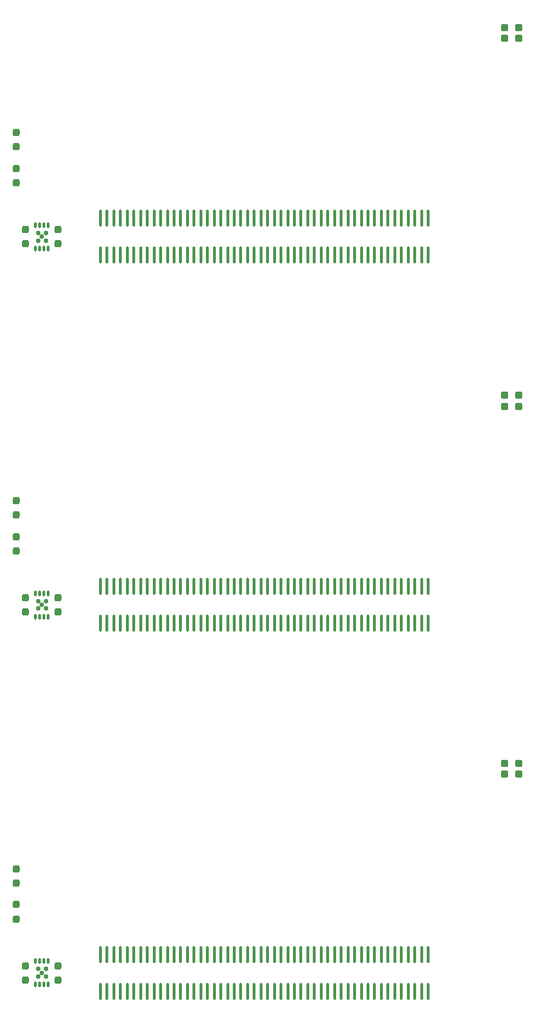
<source format=gtp>
G04 #@! TF.GenerationSoftware,KiCad,Pcbnew,8.0.6*
G04 #@! TF.CreationDate,2024-11-07T02:26:47-08:00*
G04 #@! TF.ProjectId,hvd-50-hd-panel,6876642d-3530-42d6-9864-2d70616e656c,1*
G04 #@! TF.SameCoordinates,Original*
G04 #@! TF.FileFunction,Paste,Top*
G04 #@! TF.FilePolarity,Positive*
%FSLAX46Y46*%
G04 Gerber Fmt 4.6, Leading zero omitted, Abs format (unit mm)*
G04 Created by KiCad (PCBNEW 8.0.6) date 2024-11-07 02:26:47*
%MOMM*%
%LPD*%
G01*
G04 APERTURE LIST*
G04 Aperture macros list*
%AMRoundRect*
0 Rectangle with rounded corners*
0 $1 Rounding radius*
0 $2 $3 $4 $5 $6 $7 $8 $9 X,Y pos of 4 corners*
0 Add a 4 corners polygon primitive as box body*
4,1,4,$2,$3,$4,$5,$6,$7,$8,$9,$2,$3,0*
0 Add four circle primitives for the rounded corners*
1,1,$1+$1,$2,$3*
1,1,$1+$1,$4,$5*
1,1,$1+$1,$6,$7*
1,1,$1+$1,$8,$9*
0 Add four rect primitives between the rounded corners*
20,1,$1+$1,$2,$3,$4,$5,0*
20,1,$1+$1,$4,$5,$6,$7,0*
20,1,$1+$1,$6,$7,$8,$9,0*
20,1,$1+$1,$8,$9,$2,$3,0*%
G04 Aperture macros list end*
%ADD10RoundRect,0.200000X0.200000X-0.250000X0.200000X0.250000X-0.200000X0.250000X-0.200000X-0.250000X0*%
%ADD11RoundRect,0.200000X-0.200000X0.250000X-0.200000X-0.250000X0.200000X-0.250000X0.200000X0.250000X0*%
%ADD12RoundRect,0.100000X0.100000X0.900000X-0.100000X0.900000X-0.100000X-0.900000X0.100000X-0.900000X0*%
%ADD13RoundRect,0.200000X-0.250000X-0.200000X0.250000X-0.200000X0.250000X0.200000X-0.250000X0.200000X0*%
%ADD14RoundRect,0.200000X0.250000X0.200000X-0.250000X0.200000X-0.250000X-0.200000X0.250000X-0.200000X0*%
%ADD15RoundRect,0.125000X0.125000X-0.125000X0.125000X0.125000X-0.125000X0.125000X-0.125000X-0.125000X0*%
%ADD16RoundRect,0.046875X0.103125X-0.253125X0.103125X0.253125X-0.103125X0.253125X-0.103125X-0.253125X0*%
G04 APERTURE END LIST*
D10*
G04 #@! TO.C,R1*
X-62150000Y98152000D03*
X-62150000Y99852000D03*
G04 #@! TD*
D11*
G04 #@! TO.C,R2*
X-67200000Y67452000D03*
X-67200000Y65752000D03*
G04 #@! TD*
D12*
G04 #@! TO.C,J1*
X-57100000Y52802000D03*
X-57100000Y57202000D03*
X-56300000Y52802001D03*
X-56300000Y57201999D03*
X-55500000Y52802000D03*
X-55500000Y57202000D03*
X-54700001Y52802000D03*
X-54700001Y57202000D03*
X-53900000Y52802000D03*
X-53900000Y57202000D03*
X-53100000Y52802000D03*
X-53100000Y57202000D03*
X-52299999Y52802000D03*
X-52299999Y57202000D03*
X-51500000Y52802000D03*
X-51500000Y57202000D03*
X-50700000Y52802001D03*
X-50700000Y57201999D03*
X-49900000Y52802000D03*
X-49900000Y57202000D03*
X-49100000Y52802000D03*
X-49100000Y57202000D03*
X-48300000Y52802000D03*
X-48300000Y57202000D03*
X-47500000Y52802000D03*
X-47500000Y57202000D03*
X-46699999Y52802000D03*
X-46699999Y57202000D03*
X-45900000Y52802000D03*
X-45900000Y57202000D03*
X-45100000Y52802001D03*
X-45100000Y57201999D03*
X-44300000Y52802000D03*
X-44300000Y57202000D03*
X-43500000Y52802000D03*
X-43500000Y57202000D03*
X-42700000Y52802000D03*
X-42700000Y57202000D03*
X-41900000Y52802000D03*
X-41900000Y57202000D03*
X-41099999Y52802000D03*
X-41099999Y57202000D03*
X-40300000Y52802000D03*
X-40300000Y57202000D03*
X-39500000Y52802001D03*
X-39500000Y57201999D03*
X-38700000Y52802000D03*
X-38700000Y57202000D03*
X-37900000Y52802000D03*
X-37900000Y57202000D03*
X-37100000Y52802000D03*
X-37100000Y57202000D03*
X-36300000Y52802000D03*
X-36300000Y57202000D03*
X-35500000Y52802001D03*
X-35500000Y57201999D03*
X-34700000Y52802000D03*
X-34700000Y57202000D03*
X-33900001Y52802000D03*
X-33900001Y57202000D03*
X-33100000Y52802000D03*
X-33100000Y57202000D03*
X-32300000Y52802000D03*
X-32300000Y57202000D03*
X-31500000Y52802000D03*
X-31500000Y57202000D03*
X-30700000Y52802000D03*
X-30700000Y57202000D03*
X-29900000Y52802001D03*
X-29900000Y57201999D03*
X-29100000Y52802000D03*
X-29100000Y57202000D03*
X-28300001Y52802000D03*
X-28300001Y57202000D03*
X-27500000Y52802000D03*
X-27500000Y57202000D03*
X-26700000Y52802000D03*
X-26700000Y57202000D03*
X-25900000Y52802000D03*
X-25900000Y57202000D03*
X-25100000Y52802000D03*
X-25100000Y57202000D03*
X-24300000Y52802001D03*
X-24300000Y57201999D03*
X-23500000Y52802000D03*
X-23500000Y57202000D03*
X-22700001Y52802000D03*
X-22700001Y57202000D03*
X-21900000Y52802000D03*
X-21900000Y57202000D03*
X-21100000Y52802000D03*
X-21100000Y57202000D03*
X-20299999Y52802000D03*
X-20299999Y57202000D03*
X-19500000Y52802000D03*
X-19500000Y57202000D03*
X-18700000Y52802001D03*
X-18700000Y57201999D03*
X-17900000Y52802000D03*
X-17900000Y57202000D03*
G04 #@! TD*
D10*
G04 #@! TO.C,R1*
X-62150000Y54152000D03*
X-62150000Y55852000D03*
G04 #@! TD*
D12*
G04 #@! TO.C,J1*
X-57100000Y96802000D03*
X-57100000Y101202000D03*
X-56300000Y96802001D03*
X-56300000Y101201999D03*
X-55500000Y96802000D03*
X-55500000Y101202000D03*
X-54700001Y96802000D03*
X-54700001Y101202000D03*
X-53900000Y96802000D03*
X-53900000Y101202000D03*
X-53100000Y96802000D03*
X-53100000Y101202000D03*
X-52299999Y96802000D03*
X-52299999Y101202000D03*
X-51500000Y96802000D03*
X-51500000Y101202000D03*
X-50700000Y96802001D03*
X-50700000Y101201999D03*
X-49900000Y96802000D03*
X-49900000Y101202000D03*
X-49100000Y96802000D03*
X-49100000Y101202000D03*
X-48300000Y96802000D03*
X-48300000Y101202000D03*
X-47500000Y96802000D03*
X-47500000Y101202000D03*
X-46699999Y96802000D03*
X-46699999Y101202000D03*
X-45900000Y96802000D03*
X-45900000Y101202000D03*
X-45100000Y96802001D03*
X-45100000Y101201999D03*
X-44300000Y96802000D03*
X-44300000Y101202000D03*
X-43500000Y96802000D03*
X-43500000Y101202000D03*
X-42700000Y96802000D03*
X-42700000Y101202000D03*
X-41900000Y96802000D03*
X-41900000Y101202000D03*
X-41099999Y96802000D03*
X-41099999Y101202000D03*
X-40300000Y96802000D03*
X-40300000Y101202000D03*
X-39500000Y96802001D03*
X-39500000Y101201999D03*
X-38700000Y96802000D03*
X-38700000Y101202000D03*
X-37900000Y96802000D03*
X-37900000Y101202000D03*
X-37100000Y96802000D03*
X-37100000Y101202000D03*
X-36300000Y96802000D03*
X-36300000Y101202000D03*
X-35500000Y96802001D03*
X-35500000Y101201999D03*
X-34700000Y96802000D03*
X-34700000Y101202000D03*
X-33900001Y96802000D03*
X-33900001Y101202000D03*
X-33100000Y96802000D03*
X-33100000Y101202000D03*
X-32300000Y96802000D03*
X-32300000Y101202000D03*
X-31500000Y96802000D03*
X-31500000Y101202000D03*
X-30700000Y96802000D03*
X-30700000Y101202000D03*
X-29900000Y96802001D03*
X-29900000Y101201999D03*
X-29100000Y96802000D03*
X-29100000Y101202000D03*
X-28300001Y96802000D03*
X-28300001Y101202000D03*
X-27500000Y96802000D03*
X-27500000Y101202000D03*
X-26700000Y96802000D03*
X-26700000Y101202000D03*
X-25900000Y96802000D03*
X-25900000Y101202000D03*
X-25100000Y96802000D03*
X-25100000Y101202000D03*
X-24300000Y96802001D03*
X-24300000Y101201999D03*
X-23500000Y96802000D03*
X-23500000Y101202000D03*
X-22700001Y96802000D03*
X-22700001Y101202000D03*
X-21900000Y96802000D03*
X-21900000Y101202000D03*
X-21100000Y96802000D03*
X-21100000Y101202000D03*
X-20299999Y96802000D03*
X-20299999Y101202000D03*
X-19500000Y96802000D03*
X-19500000Y101202000D03*
X-18700000Y96802001D03*
X-18700000Y101201999D03*
X-17900000Y96802000D03*
X-17900000Y101202000D03*
G04 #@! TD*
D11*
G04 #@! TO.C,R2*
X-67200000Y23452000D03*
X-67200000Y21752000D03*
G04 #@! TD*
D10*
G04 #@! TO.C,R1*
X-62150000Y10152000D03*
X-62150000Y11852000D03*
G04 #@! TD*
D13*
G04 #@! TO.C,C2*
X-8750000Y36052000D03*
X-7050000Y36052000D03*
G04 #@! TD*
G04 #@! TO.C,C2*
X-8750000Y124052000D03*
X-7050000Y124052000D03*
G04 #@! TD*
D10*
G04 #@! TO.C,C1*
X-66050000Y10152000D03*
X-66050000Y11852000D03*
G04 #@! TD*
D12*
G04 #@! TO.C,J1*
X-57100000Y8802000D03*
X-57100000Y13202000D03*
X-56300000Y8802001D03*
X-56300000Y13201999D03*
X-55500000Y8802000D03*
X-55500000Y13202000D03*
X-54700001Y8802000D03*
X-54700001Y13202000D03*
X-53900000Y8802000D03*
X-53900000Y13202000D03*
X-53100000Y8802000D03*
X-53100000Y13202000D03*
X-52299999Y8802000D03*
X-52299999Y13202000D03*
X-51500000Y8802000D03*
X-51500000Y13202000D03*
X-50700000Y8802001D03*
X-50700000Y13201999D03*
X-49900000Y8802000D03*
X-49900000Y13202000D03*
X-49100000Y8802000D03*
X-49100000Y13202000D03*
X-48300000Y8802000D03*
X-48300000Y13202000D03*
X-47500000Y8802000D03*
X-47500000Y13202000D03*
X-46699999Y8802000D03*
X-46699999Y13202000D03*
X-45900000Y8802000D03*
X-45900000Y13202000D03*
X-45100000Y8802001D03*
X-45100000Y13201999D03*
X-44300000Y8802000D03*
X-44300000Y13202000D03*
X-43500000Y8802000D03*
X-43500000Y13202000D03*
X-42700000Y8802000D03*
X-42700000Y13202000D03*
X-41900000Y8802000D03*
X-41900000Y13202000D03*
X-41099999Y8802000D03*
X-41099999Y13202000D03*
X-40300000Y8802000D03*
X-40300000Y13202000D03*
X-39500000Y8802001D03*
X-39500000Y13201999D03*
X-38700000Y8802000D03*
X-38700000Y13202000D03*
X-37900000Y8802000D03*
X-37900000Y13202000D03*
X-37100000Y8802000D03*
X-37100000Y13202000D03*
X-36300000Y8802000D03*
X-36300000Y13202000D03*
X-35500000Y8802001D03*
X-35500000Y13201999D03*
X-34700000Y8802000D03*
X-34700000Y13202000D03*
X-33900001Y8802000D03*
X-33900001Y13202000D03*
X-33100000Y8802000D03*
X-33100000Y13202000D03*
X-32300000Y8802000D03*
X-32300000Y13202000D03*
X-31500000Y8802000D03*
X-31500000Y13202000D03*
X-30700000Y8802000D03*
X-30700000Y13202000D03*
X-29900000Y8802001D03*
X-29900000Y13201999D03*
X-29100000Y8802000D03*
X-29100000Y13202000D03*
X-28300001Y8802000D03*
X-28300001Y13202000D03*
X-27500000Y8802000D03*
X-27500000Y13202000D03*
X-26700000Y8802000D03*
X-26700000Y13202000D03*
X-25900000Y8802000D03*
X-25900000Y13202000D03*
X-25100000Y8802000D03*
X-25100000Y13202000D03*
X-24300000Y8802001D03*
X-24300000Y13201999D03*
X-23500000Y8802000D03*
X-23500000Y13202000D03*
X-22700001Y8802000D03*
X-22700001Y13202000D03*
X-21900000Y8802000D03*
X-21900000Y13202000D03*
X-21100000Y8802000D03*
X-21100000Y13202000D03*
X-20299999Y8802000D03*
X-20299999Y13202000D03*
X-19500000Y8802000D03*
X-19500000Y13202000D03*
X-18700000Y8802001D03*
X-18700000Y13201999D03*
X-17900000Y8802000D03*
X-17900000Y13202000D03*
G04 #@! TD*
D13*
G04 #@! TO.C,C2*
X-8750000Y80052000D03*
X-7050000Y80052000D03*
G04 #@! TD*
D11*
G04 #@! TO.C,R2*
X-67200000Y111452000D03*
X-67200000Y109752000D03*
G04 #@! TD*
D14*
G04 #@! TO.C,R4*
X-7050000Y78752000D03*
X-8750000Y78752000D03*
G04 #@! TD*
D15*
G04 #@! TO.C,U1*
X-64550000Y98552000D03*
X-63650000Y98552000D03*
X-64100000Y99002000D03*
X-64550000Y99452000D03*
X-63650000Y99452000D03*
D16*
X-64850001Y97602000D03*
X-64350000Y97602000D03*
X-63850000Y97602000D03*
X-63349999Y97602000D03*
X-63349999Y100402000D03*
X-63850000Y100402000D03*
X-64350000Y100402000D03*
X-64850001Y100402000D03*
G04 #@! TD*
D14*
G04 #@! TO.C,R4*
X-7050000Y34752000D03*
X-8750000Y34752000D03*
G04 #@! TD*
G04 #@! TO.C,R4*
X-7050000Y122752000D03*
X-8750000Y122752000D03*
G04 #@! TD*
D10*
G04 #@! TO.C,R3*
X-67200000Y17452000D03*
X-67200000Y19152000D03*
G04 #@! TD*
G04 #@! TO.C,R3*
X-67200000Y61452000D03*
X-67200000Y63152000D03*
G04 #@! TD*
G04 #@! TO.C,C1*
X-66050000Y54152000D03*
X-66050000Y55852000D03*
G04 #@! TD*
D15*
G04 #@! TO.C,U1*
X-64550000Y10552000D03*
X-63650000Y10552000D03*
X-64100000Y11002000D03*
X-64550000Y11452000D03*
X-63650000Y11452000D03*
D16*
X-64850001Y9602000D03*
X-64350000Y9602000D03*
X-63850000Y9602000D03*
X-63349999Y9602000D03*
X-63349999Y12402000D03*
X-63850000Y12402000D03*
X-64350000Y12402000D03*
X-64850001Y12402000D03*
G04 #@! TD*
D10*
G04 #@! TO.C,C1*
X-66050000Y98152000D03*
X-66050000Y99852000D03*
G04 #@! TD*
G04 #@! TO.C,R3*
X-67200000Y105452000D03*
X-67200000Y107152000D03*
G04 #@! TD*
D15*
G04 #@! TO.C,U1*
X-64550000Y54552000D03*
X-63650000Y54552000D03*
X-64100000Y55002000D03*
X-64550000Y55452000D03*
X-63650000Y55452000D03*
D16*
X-64850001Y53602000D03*
X-64350000Y53602000D03*
X-63850000Y53602000D03*
X-63349999Y53602000D03*
X-63349999Y56402000D03*
X-63850000Y56402000D03*
X-64350000Y56402000D03*
X-64850001Y56402000D03*
G04 #@! TD*
M02*

</source>
